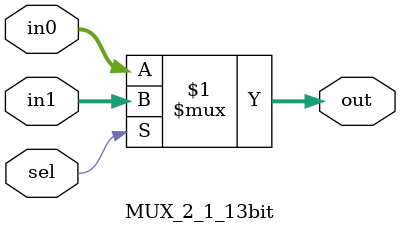
<source format=v>
module MUX_2_1_13bit #(
    parameter PC_SIZE = 13
) (
    input   	                    sel,
    input   	    [PC_SIZE-1:0] 	in0,
    input   	    [PC_SIZE-1:0] 	in1,

    output  	    [PC_SIZE-1:0] 	out
);

    assign out = sel ? in1 : in0;
    
endmodule
</source>
